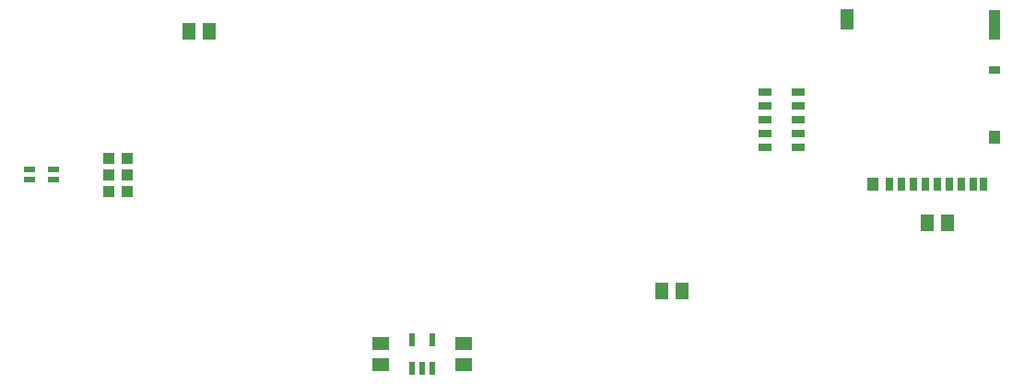
<source format=gtp>
G75*
%MOIN*%
%OFA0B0*%
%FSLAX25Y25*%
%IPPOS*%
%LPD*%
%AMOC8*
5,1,8,0,0,1.08239X$1,22.5*
%
%ADD10R,0.03937X0.05118*%
%ADD11R,0.02756X0.05118*%
%ADD12R,0.03937X0.03150*%
%ADD13R,0.03937X0.11024*%
%ADD14R,0.05118X0.07480*%
%ADD15R,0.05000X0.02500*%
%ADD16R,0.02362X0.04724*%
%ADD17R,0.05906X0.05118*%
%ADD18R,0.05118X0.05906*%
%ADD19R,0.03937X0.02362*%
%ADD20R,0.04331X0.03937*%
D10*
X0320779Y0136654D03*
X0364677Y0153583D03*
D11*
X0360936Y0136654D03*
X0357196Y0136654D03*
X0352866Y0136654D03*
X0348535Y0136654D03*
X0344204Y0136654D03*
X0339873Y0136654D03*
X0335543Y0136654D03*
X0331212Y0136654D03*
X0326881Y0136654D03*
D12*
X0364677Y0177992D03*
D13*
X0364677Y0194331D03*
D14*
X0311527Y0196102D03*
D15*
X0293708Y0170000D03*
X0293708Y0165000D03*
X0293708Y0160000D03*
X0293708Y0155000D03*
X0293708Y0150000D03*
X0281708Y0150000D03*
X0281708Y0155000D03*
X0281708Y0160000D03*
X0281708Y0165000D03*
X0281708Y0170000D03*
D16*
X0161448Y0080142D03*
X0153968Y0080142D03*
X0153968Y0069858D03*
X0157708Y0069858D03*
X0161448Y0069858D03*
D17*
X0172708Y0071260D03*
X0172708Y0078740D03*
X0142708Y0078740D03*
X0142708Y0071260D03*
D18*
X0080948Y0192000D03*
X0073468Y0192000D03*
X0244468Y0098000D03*
X0251948Y0098000D03*
X0340468Y0122500D03*
X0347948Y0122500D03*
D19*
X0024507Y0138047D03*
X0024507Y0141953D03*
X0015909Y0141953D03*
X0015909Y0138047D03*
D20*
X0044362Y0134000D03*
X0044362Y0140000D03*
X0044362Y0146000D03*
X0051055Y0146000D03*
X0051055Y0140000D03*
X0051055Y0134000D03*
M02*

</source>
